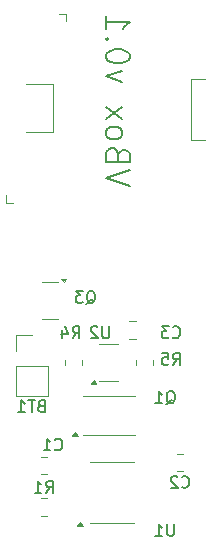
<source format=gbr>
%TF.GenerationSoftware,KiCad,Pcbnew,8.0.6*%
%TF.CreationDate,2024-12-24T16:10:54+01:00*%
%TF.ProjectId,boxmod,626f786d-6f64-42e6-9b69-6361645f7063,rev?*%
%TF.SameCoordinates,Original*%
%TF.FileFunction,Legend,Bot*%
%TF.FilePolarity,Positive*%
%FSLAX46Y46*%
G04 Gerber Fmt 4.6, Leading zero omitted, Abs format (unit mm)*
G04 Created by KiCad (PCBNEW 8.0.6) date 2024-12-24 16:10:54*
%MOMM*%
%LPD*%
G01*
G04 APERTURE LIST*
%ADD10C,0.200000*%
%ADD11C,0.150000*%
%ADD12C,0.120000*%
G04 APERTURE END LIST*
D10*
X97005161Y-81035714D02*
X95005161Y-80369048D01*
X95005161Y-80369048D02*
X97005161Y-79702381D01*
X96052780Y-78369047D02*
X95957542Y-78083333D01*
X95957542Y-78083333D02*
X95862304Y-77988095D01*
X95862304Y-77988095D02*
X95671828Y-77892857D01*
X95671828Y-77892857D02*
X95386114Y-77892857D01*
X95386114Y-77892857D02*
X95195638Y-77988095D01*
X95195638Y-77988095D02*
X95100400Y-78083333D01*
X95100400Y-78083333D02*
X95005161Y-78273809D01*
X95005161Y-78273809D02*
X95005161Y-79035714D01*
X95005161Y-79035714D02*
X97005161Y-79035714D01*
X97005161Y-79035714D02*
X97005161Y-78369047D01*
X97005161Y-78369047D02*
X96909923Y-78178571D01*
X96909923Y-78178571D02*
X96814685Y-78083333D01*
X96814685Y-78083333D02*
X96624209Y-77988095D01*
X96624209Y-77988095D02*
X96433733Y-77988095D01*
X96433733Y-77988095D02*
X96243257Y-78083333D01*
X96243257Y-78083333D02*
X96148019Y-78178571D01*
X96148019Y-78178571D02*
X96052780Y-78369047D01*
X96052780Y-78369047D02*
X96052780Y-79035714D01*
X95005161Y-76750000D02*
X95100400Y-76940476D01*
X95100400Y-76940476D02*
X95195638Y-77035714D01*
X95195638Y-77035714D02*
X95386114Y-77130952D01*
X95386114Y-77130952D02*
X95957542Y-77130952D01*
X95957542Y-77130952D02*
X96148019Y-77035714D01*
X96148019Y-77035714D02*
X96243257Y-76940476D01*
X96243257Y-76940476D02*
X96338495Y-76750000D01*
X96338495Y-76750000D02*
X96338495Y-76464285D01*
X96338495Y-76464285D02*
X96243257Y-76273809D01*
X96243257Y-76273809D02*
X96148019Y-76178571D01*
X96148019Y-76178571D02*
X95957542Y-76083333D01*
X95957542Y-76083333D02*
X95386114Y-76083333D01*
X95386114Y-76083333D02*
X95195638Y-76178571D01*
X95195638Y-76178571D02*
X95100400Y-76273809D01*
X95100400Y-76273809D02*
X95005161Y-76464285D01*
X95005161Y-76464285D02*
X95005161Y-76750000D01*
X95005161Y-75416666D02*
X96338495Y-74369047D01*
X96338495Y-75416666D02*
X95005161Y-74369047D01*
X96338495Y-72273808D02*
X95005161Y-71797618D01*
X95005161Y-71797618D02*
X96338495Y-71321427D01*
X97005161Y-70178570D02*
X97005161Y-69988093D01*
X97005161Y-69988093D02*
X96909923Y-69797617D01*
X96909923Y-69797617D02*
X96814685Y-69702379D01*
X96814685Y-69702379D02*
X96624209Y-69607141D01*
X96624209Y-69607141D02*
X96243257Y-69511903D01*
X96243257Y-69511903D02*
X95767066Y-69511903D01*
X95767066Y-69511903D02*
X95386114Y-69607141D01*
X95386114Y-69607141D02*
X95195638Y-69702379D01*
X95195638Y-69702379D02*
X95100400Y-69797617D01*
X95100400Y-69797617D02*
X95005161Y-69988093D01*
X95005161Y-69988093D02*
X95005161Y-70178570D01*
X95005161Y-70178570D02*
X95100400Y-70369046D01*
X95100400Y-70369046D02*
X95195638Y-70464284D01*
X95195638Y-70464284D02*
X95386114Y-70559522D01*
X95386114Y-70559522D02*
X95767066Y-70654760D01*
X95767066Y-70654760D02*
X96243257Y-70654760D01*
X96243257Y-70654760D02*
X96624209Y-70559522D01*
X96624209Y-70559522D02*
X96814685Y-70464284D01*
X96814685Y-70464284D02*
X96909923Y-70369046D01*
X96909923Y-70369046D02*
X97005161Y-70178570D01*
X95195638Y-68654760D02*
X95100400Y-68559522D01*
X95100400Y-68559522D02*
X95005161Y-68654760D01*
X95005161Y-68654760D02*
X95100400Y-68749998D01*
X95100400Y-68749998D02*
X95195638Y-68654760D01*
X95195638Y-68654760D02*
X95005161Y-68654760D01*
X95005161Y-66654760D02*
X95005161Y-67797617D01*
X95005161Y-67226189D02*
X97005161Y-67226189D01*
X97005161Y-67226189D02*
X96719447Y-67416665D01*
X96719447Y-67416665D02*
X96528971Y-67607141D01*
X96528971Y-67607141D02*
X96433733Y-67797617D01*
D11*
X100761904Y-109704819D02*
X100761904Y-110514342D01*
X100761904Y-110514342D02*
X100714285Y-110609580D01*
X100714285Y-110609580D02*
X100666666Y-110657200D01*
X100666666Y-110657200D02*
X100571428Y-110704819D01*
X100571428Y-110704819D02*
X100380952Y-110704819D01*
X100380952Y-110704819D02*
X100285714Y-110657200D01*
X100285714Y-110657200D02*
X100238095Y-110609580D01*
X100238095Y-110609580D02*
X100190476Y-110514342D01*
X100190476Y-110514342D02*
X100190476Y-109704819D01*
X99190476Y-110704819D02*
X99761904Y-110704819D01*
X99476190Y-110704819D02*
X99476190Y-109704819D01*
X99476190Y-109704819D02*
X99571428Y-109847676D01*
X99571428Y-109847676D02*
X99666666Y-109942914D01*
X99666666Y-109942914D02*
X99761904Y-109990533D01*
X95261904Y-92954819D02*
X95261904Y-93764342D01*
X95261904Y-93764342D02*
X95214285Y-93859580D01*
X95214285Y-93859580D02*
X95166666Y-93907200D01*
X95166666Y-93907200D02*
X95071428Y-93954819D01*
X95071428Y-93954819D02*
X94880952Y-93954819D01*
X94880952Y-93954819D02*
X94785714Y-93907200D01*
X94785714Y-93907200D02*
X94738095Y-93859580D01*
X94738095Y-93859580D02*
X94690476Y-93764342D01*
X94690476Y-93764342D02*
X94690476Y-92954819D01*
X94261904Y-93050057D02*
X94214285Y-93002438D01*
X94214285Y-93002438D02*
X94119047Y-92954819D01*
X94119047Y-92954819D02*
X93880952Y-92954819D01*
X93880952Y-92954819D02*
X93785714Y-93002438D01*
X93785714Y-93002438D02*
X93738095Y-93050057D01*
X93738095Y-93050057D02*
X93690476Y-93145295D01*
X93690476Y-93145295D02*
X93690476Y-93240533D01*
X93690476Y-93240533D02*
X93738095Y-93383390D01*
X93738095Y-93383390D02*
X94309523Y-93954819D01*
X94309523Y-93954819D02*
X93690476Y-93954819D01*
X100666666Y-93859580D02*
X100714285Y-93907200D01*
X100714285Y-93907200D02*
X100857142Y-93954819D01*
X100857142Y-93954819D02*
X100952380Y-93954819D01*
X100952380Y-93954819D02*
X101095237Y-93907200D01*
X101095237Y-93907200D02*
X101190475Y-93811961D01*
X101190475Y-93811961D02*
X101238094Y-93716723D01*
X101238094Y-93716723D02*
X101285713Y-93526247D01*
X101285713Y-93526247D02*
X101285713Y-93383390D01*
X101285713Y-93383390D02*
X101238094Y-93192914D01*
X101238094Y-93192914D02*
X101190475Y-93097676D01*
X101190475Y-93097676D02*
X101095237Y-93002438D01*
X101095237Y-93002438D02*
X100952380Y-92954819D01*
X100952380Y-92954819D02*
X100857142Y-92954819D01*
X100857142Y-92954819D02*
X100714285Y-93002438D01*
X100714285Y-93002438D02*
X100666666Y-93050057D01*
X100333332Y-92954819D02*
X99714285Y-92954819D01*
X99714285Y-92954819D02*
X100047618Y-93335771D01*
X100047618Y-93335771D02*
X99904761Y-93335771D01*
X99904761Y-93335771D02*
X99809523Y-93383390D01*
X99809523Y-93383390D02*
X99761904Y-93431009D01*
X99761904Y-93431009D02*
X99714285Y-93526247D01*
X99714285Y-93526247D02*
X99714285Y-93764342D01*
X99714285Y-93764342D02*
X99761904Y-93859580D01*
X99761904Y-93859580D02*
X99809523Y-93907200D01*
X99809523Y-93907200D02*
X99904761Y-93954819D01*
X99904761Y-93954819D02*
X100190475Y-93954819D01*
X100190475Y-93954819D02*
X100285713Y-93907200D01*
X100285713Y-93907200D02*
X100333332Y-93859580D01*
X93345238Y-91050057D02*
X93440476Y-91002438D01*
X93440476Y-91002438D02*
X93535714Y-90907200D01*
X93535714Y-90907200D02*
X93678571Y-90764342D01*
X93678571Y-90764342D02*
X93773809Y-90716723D01*
X93773809Y-90716723D02*
X93869047Y-90716723D01*
X93821428Y-90954819D02*
X93916666Y-90907200D01*
X93916666Y-90907200D02*
X94011904Y-90811961D01*
X94011904Y-90811961D02*
X94059523Y-90621485D01*
X94059523Y-90621485D02*
X94059523Y-90288152D01*
X94059523Y-90288152D02*
X94011904Y-90097676D01*
X94011904Y-90097676D02*
X93916666Y-90002438D01*
X93916666Y-90002438D02*
X93821428Y-89954819D01*
X93821428Y-89954819D02*
X93630952Y-89954819D01*
X93630952Y-89954819D02*
X93535714Y-90002438D01*
X93535714Y-90002438D02*
X93440476Y-90097676D01*
X93440476Y-90097676D02*
X93392857Y-90288152D01*
X93392857Y-90288152D02*
X93392857Y-90621485D01*
X93392857Y-90621485D02*
X93440476Y-90811961D01*
X93440476Y-90811961D02*
X93535714Y-90907200D01*
X93535714Y-90907200D02*
X93630952Y-90954819D01*
X93630952Y-90954819D02*
X93821428Y-90954819D01*
X93059523Y-89954819D02*
X92440476Y-89954819D01*
X92440476Y-89954819D02*
X92773809Y-90335771D01*
X92773809Y-90335771D02*
X92630952Y-90335771D01*
X92630952Y-90335771D02*
X92535714Y-90383390D01*
X92535714Y-90383390D02*
X92488095Y-90431009D01*
X92488095Y-90431009D02*
X92440476Y-90526247D01*
X92440476Y-90526247D02*
X92440476Y-90764342D01*
X92440476Y-90764342D02*
X92488095Y-90859580D01*
X92488095Y-90859580D02*
X92535714Y-90907200D01*
X92535714Y-90907200D02*
X92630952Y-90954819D01*
X92630952Y-90954819D02*
X92916666Y-90954819D01*
X92916666Y-90954819D02*
X93011904Y-90907200D01*
X93011904Y-90907200D02*
X93059523Y-90859580D01*
X100666666Y-96204819D02*
X100999999Y-95728628D01*
X101238094Y-96204819D02*
X101238094Y-95204819D01*
X101238094Y-95204819D02*
X100857142Y-95204819D01*
X100857142Y-95204819D02*
X100761904Y-95252438D01*
X100761904Y-95252438D02*
X100714285Y-95300057D01*
X100714285Y-95300057D02*
X100666666Y-95395295D01*
X100666666Y-95395295D02*
X100666666Y-95538152D01*
X100666666Y-95538152D02*
X100714285Y-95633390D01*
X100714285Y-95633390D02*
X100761904Y-95681009D01*
X100761904Y-95681009D02*
X100857142Y-95728628D01*
X100857142Y-95728628D02*
X101238094Y-95728628D01*
X99761904Y-95204819D02*
X100238094Y-95204819D01*
X100238094Y-95204819D02*
X100285713Y-95681009D01*
X100285713Y-95681009D02*
X100238094Y-95633390D01*
X100238094Y-95633390D02*
X100142856Y-95585771D01*
X100142856Y-95585771D02*
X99904761Y-95585771D01*
X99904761Y-95585771D02*
X99809523Y-95633390D01*
X99809523Y-95633390D02*
X99761904Y-95681009D01*
X99761904Y-95681009D02*
X99714285Y-95776247D01*
X99714285Y-95776247D02*
X99714285Y-96014342D01*
X99714285Y-96014342D02*
X99761904Y-96109580D01*
X99761904Y-96109580D02*
X99809523Y-96157200D01*
X99809523Y-96157200D02*
X99904761Y-96204819D01*
X99904761Y-96204819D02*
X100142856Y-96204819D01*
X100142856Y-96204819D02*
X100238094Y-96157200D01*
X100238094Y-96157200D02*
X100285713Y-96109580D01*
X89510714Y-99681009D02*
X89367857Y-99728628D01*
X89367857Y-99728628D02*
X89320238Y-99776247D01*
X89320238Y-99776247D02*
X89272619Y-99871485D01*
X89272619Y-99871485D02*
X89272619Y-100014342D01*
X89272619Y-100014342D02*
X89320238Y-100109580D01*
X89320238Y-100109580D02*
X89367857Y-100157200D01*
X89367857Y-100157200D02*
X89463095Y-100204819D01*
X89463095Y-100204819D02*
X89844047Y-100204819D01*
X89844047Y-100204819D02*
X89844047Y-99204819D01*
X89844047Y-99204819D02*
X89510714Y-99204819D01*
X89510714Y-99204819D02*
X89415476Y-99252438D01*
X89415476Y-99252438D02*
X89367857Y-99300057D01*
X89367857Y-99300057D02*
X89320238Y-99395295D01*
X89320238Y-99395295D02*
X89320238Y-99490533D01*
X89320238Y-99490533D02*
X89367857Y-99585771D01*
X89367857Y-99585771D02*
X89415476Y-99633390D01*
X89415476Y-99633390D02*
X89510714Y-99681009D01*
X89510714Y-99681009D02*
X89844047Y-99681009D01*
X88986904Y-99204819D02*
X88415476Y-99204819D01*
X88701190Y-100204819D02*
X88701190Y-99204819D01*
X87558333Y-100204819D02*
X88129761Y-100204819D01*
X87844047Y-100204819D02*
X87844047Y-99204819D01*
X87844047Y-99204819D02*
X87939285Y-99347676D01*
X87939285Y-99347676D02*
X88034523Y-99442914D01*
X88034523Y-99442914D02*
X88129761Y-99490533D01*
X90666666Y-103359580D02*
X90714285Y-103407200D01*
X90714285Y-103407200D02*
X90857142Y-103454819D01*
X90857142Y-103454819D02*
X90952380Y-103454819D01*
X90952380Y-103454819D02*
X91095237Y-103407200D01*
X91095237Y-103407200D02*
X91190475Y-103311961D01*
X91190475Y-103311961D02*
X91238094Y-103216723D01*
X91238094Y-103216723D02*
X91285713Y-103026247D01*
X91285713Y-103026247D02*
X91285713Y-102883390D01*
X91285713Y-102883390D02*
X91238094Y-102692914D01*
X91238094Y-102692914D02*
X91190475Y-102597676D01*
X91190475Y-102597676D02*
X91095237Y-102502438D01*
X91095237Y-102502438D02*
X90952380Y-102454819D01*
X90952380Y-102454819D02*
X90857142Y-102454819D01*
X90857142Y-102454819D02*
X90714285Y-102502438D01*
X90714285Y-102502438D02*
X90666666Y-102550057D01*
X89714285Y-103454819D02*
X90285713Y-103454819D01*
X89999999Y-103454819D02*
X89999999Y-102454819D01*
X89999999Y-102454819D02*
X90095237Y-102597676D01*
X90095237Y-102597676D02*
X90190475Y-102692914D01*
X90190475Y-102692914D02*
X90285713Y-102740533D01*
X92166666Y-93954819D02*
X92499999Y-93478628D01*
X92738094Y-93954819D02*
X92738094Y-92954819D01*
X92738094Y-92954819D02*
X92357142Y-92954819D01*
X92357142Y-92954819D02*
X92261904Y-93002438D01*
X92261904Y-93002438D02*
X92214285Y-93050057D01*
X92214285Y-93050057D02*
X92166666Y-93145295D01*
X92166666Y-93145295D02*
X92166666Y-93288152D01*
X92166666Y-93288152D02*
X92214285Y-93383390D01*
X92214285Y-93383390D02*
X92261904Y-93431009D01*
X92261904Y-93431009D02*
X92357142Y-93478628D01*
X92357142Y-93478628D02*
X92738094Y-93478628D01*
X91309523Y-93288152D02*
X91309523Y-93954819D01*
X91547618Y-92907200D02*
X91785713Y-93621485D01*
X91785713Y-93621485D02*
X91166666Y-93621485D01*
X89916666Y-107054819D02*
X90249999Y-106578628D01*
X90488094Y-107054819D02*
X90488094Y-106054819D01*
X90488094Y-106054819D02*
X90107142Y-106054819D01*
X90107142Y-106054819D02*
X90011904Y-106102438D01*
X90011904Y-106102438D02*
X89964285Y-106150057D01*
X89964285Y-106150057D02*
X89916666Y-106245295D01*
X89916666Y-106245295D02*
X89916666Y-106388152D01*
X89916666Y-106388152D02*
X89964285Y-106483390D01*
X89964285Y-106483390D02*
X90011904Y-106531009D01*
X90011904Y-106531009D02*
X90107142Y-106578628D01*
X90107142Y-106578628D02*
X90488094Y-106578628D01*
X88964285Y-107054819D02*
X89535713Y-107054819D01*
X89249999Y-107054819D02*
X89249999Y-106054819D01*
X89249999Y-106054819D02*
X89345237Y-106197676D01*
X89345237Y-106197676D02*
X89440475Y-106292914D01*
X89440475Y-106292914D02*
X89535713Y-106340533D01*
X100095238Y-99550057D02*
X100190476Y-99502438D01*
X100190476Y-99502438D02*
X100285714Y-99407200D01*
X100285714Y-99407200D02*
X100428571Y-99264342D01*
X100428571Y-99264342D02*
X100523809Y-99216723D01*
X100523809Y-99216723D02*
X100619047Y-99216723D01*
X100571428Y-99454819D02*
X100666666Y-99407200D01*
X100666666Y-99407200D02*
X100761904Y-99311961D01*
X100761904Y-99311961D02*
X100809523Y-99121485D01*
X100809523Y-99121485D02*
X100809523Y-98788152D01*
X100809523Y-98788152D02*
X100761904Y-98597676D01*
X100761904Y-98597676D02*
X100666666Y-98502438D01*
X100666666Y-98502438D02*
X100571428Y-98454819D01*
X100571428Y-98454819D02*
X100380952Y-98454819D01*
X100380952Y-98454819D02*
X100285714Y-98502438D01*
X100285714Y-98502438D02*
X100190476Y-98597676D01*
X100190476Y-98597676D02*
X100142857Y-98788152D01*
X100142857Y-98788152D02*
X100142857Y-99121485D01*
X100142857Y-99121485D02*
X100190476Y-99311961D01*
X100190476Y-99311961D02*
X100285714Y-99407200D01*
X100285714Y-99407200D02*
X100380952Y-99454819D01*
X100380952Y-99454819D02*
X100571428Y-99454819D01*
X99190476Y-99454819D02*
X99761904Y-99454819D01*
X99476190Y-99454819D02*
X99476190Y-98454819D01*
X99476190Y-98454819D02*
X99571428Y-98597676D01*
X99571428Y-98597676D02*
X99666666Y-98692914D01*
X99666666Y-98692914D02*
X99761904Y-98740533D01*
X101416666Y-106539580D02*
X101464285Y-106587200D01*
X101464285Y-106587200D02*
X101607142Y-106634819D01*
X101607142Y-106634819D02*
X101702380Y-106634819D01*
X101702380Y-106634819D02*
X101845237Y-106587200D01*
X101845237Y-106587200D02*
X101940475Y-106491961D01*
X101940475Y-106491961D02*
X101988094Y-106396723D01*
X101988094Y-106396723D02*
X102035713Y-106206247D01*
X102035713Y-106206247D02*
X102035713Y-106063390D01*
X102035713Y-106063390D02*
X101988094Y-105872914D01*
X101988094Y-105872914D02*
X101940475Y-105777676D01*
X101940475Y-105777676D02*
X101845237Y-105682438D01*
X101845237Y-105682438D02*
X101702380Y-105634819D01*
X101702380Y-105634819D02*
X101607142Y-105634819D01*
X101607142Y-105634819D02*
X101464285Y-105682438D01*
X101464285Y-105682438D02*
X101416666Y-105730057D01*
X101035713Y-105730057D02*
X100988094Y-105682438D01*
X100988094Y-105682438D02*
X100892856Y-105634819D01*
X100892856Y-105634819D02*
X100654761Y-105634819D01*
X100654761Y-105634819D02*
X100559523Y-105682438D01*
X100559523Y-105682438D02*
X100511904Y-105730057D01*
X100511904Y-105730057D02*
X100464285Y-105825295D01*
X100464285Y-105825295D02*
X100464285Y-105920533D01*
X100464285Y-105920533D02*
X100511904Y-106063390D01*
X100511904Y-106063390D02*
X101083332Y-106634819D01*
X101083332Y-106634819D02*
X100464285Y-106634819D01*
D12*
%TO.C,U1*%
X93620000Y-104410000D02*
X95500000Y-104410000D01*
X93620000Y-109590000D02*
X95500000Y-109590000D01*
X97380000Y-104410000D02*
X95500000Y-104410000D01*
X97380000Y-109590000D02*
X95500000Y-109590000D01*
X93037500Y-109820000D02*
X92557500Y-109820000D01*
X92797500Y-109490000D01*
X93037500Y-109820000D01*
G36*
X93037500Y-109820000D02*
G01*
X92557500Y-109820000D01*
X92797500Y-109490000D01*
X93037500Y-109820000D01*
G37*
%TO.C,U2*%
X94450000Y-94440000D02*
X95250000Y-94440000D01*
X94450000Y-97560000D02*
X95250000Y-97560000D01*
X96050000Y-94440000D02*
X95250000Y-94440000D01*
X96050000Y-97560000D02*
X95250000Y-97560000D01*
X94190000Y-97840000D02*
X93710000Y-97840000D01*
X93950000Y-97510000D01*
X94190000Y-97840000D01*
G36*
X94190000Y-97840000D02*
G01*
X93710000Y-97840000D01*
X93950000Y-97510000D01*
X94190000Y-97840000D01*
G37*
%TO.C,C3*%
X96988748Y-93985000D02*
X97511252Y-93985000D01*
X96988748Y-92515000D02*
X97511252Y-92515000D01*
%TO.C,Q3*%
X89600000Y-89190000D02*
X90250000Y-89190000D01*
X89600000Y-92310000D02*
X90250000Y-92310000D01*
X90900000Y-89190000D02*
X90250000Y-89190000D01*
X90900000Y-92310000D02*
X90250000Y-92310000D01*
X91412500Y-89240000D02*
X91172500Y-88910000D01*
X91652500Y-88910000D01*
X91412500Y-89240000D01*
G36*
X91412500Y-89240000D02*
G01*
X91172500Y-88910000D01*
X91652500Y-88910000D01*
X91412500Y-89240000D01*
G37*
%TO.C,J2*%
X102238000Y-71988000D02*
X103381000Y-71988000D01*
X102238000Y-77195000D02*
X102238000Y-71988000D01*
X103381000Y-77195000D02*
X102238000Y-77195000D01*
%TO.C,R5*%
X98985000Y-96227064D02*
X98985000Y-95772936D01*
X97515000Y-96227064D02*
X97515000Y-95772936D01*
%TO.C,BT1*%
X90055000Y-98870000D02*
X90055000Y-96270000D01*
X87395000Y-98870000D02*
X90055000Y-98870000D01*
X87395000Y-98870000D02*
X87395000Y-96270000D01*
X87395000Y-96270000D02*
X90055000Y-96270000D01*
X87395000Y-95000000D02*
X87395000Y-93670000D01*
X87395000Y-93670000D02*
X88725000Y-93670000D01*
%TO.C,C1*%
X90011252Y-104015000D02*
X89488748Y-104015000D01*
X90011252Y-105485000D02*
X89488748Y-105485000D01*
%TO.C,J3*%
X86511500Y-82501000D02*
X86511500Y-81866000D01*
X87146500Y-82501000D02*
X86511500Y-82501000D01*
X88226000Y-72468000D02*
X90512000Y-72468000D01*
X90512000Y-72468000D02*
X90512000Y-76532000D01*
X90512000Y-76532000D02*
X88226000Y-76532000D01*
X91020000Y-66499000D02*
X91655000Y-66499000D01*
X91655000Y-66499000D02*
X91655000Y-67134000D01*
%TO.C,R4*%
X92985000Y-95772936D02*
X92985000Y-96227064D01*
X91515000Y-95772936D02*
X91515000Y-96227064D01*
%TO.C,R1*%
X89522936Y-107515000D02*
X89977064Y-107515000D01*
X89522936Y-108985000D02*
X89977064Y-108985000D01*
%TO.C,Q1*%
X93050000Y-98890000D02*
X95250000Y-98890000D01*
X93050000Y-102110000D02*
X95250000Y-102110000D01*
X97450000Y-98890000D02*
X95250000Y-98890000D01*
X97450000Y-102110000D02*
X95250000Y-102110000D01*
X92590000Y-102265000D02*
X92110000Y-102265000D01*
X92350000Y-101935000D01*
X92590000Y-102265000D01*
G36*
X92590000Y-102265000D02*
G01*
X92110000Y-102265000D01*
X92350000Y-101935000D01*
X92590000Y-102265000D01*
G37*
%TO.C,C2*%
X101511252Y-103765000D02*
X100988748Y-103765000D01*
X101511252Y-105235000D02*
X100988748Y-105235000D01*
%TD*%
M02*

</source>
